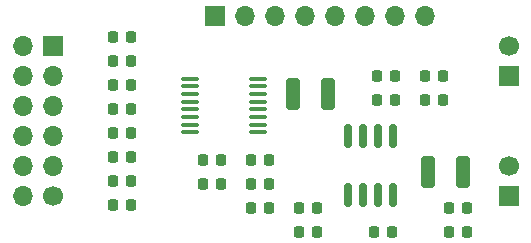
<source format=gbr>
%TF.GenerationSoftware,KiCad,Pcbnew,(6.0.0)*%
%TF.CreationDate,2022-01-10T21:54:35-05:00*%
%TF.ProjectId,ad74111_module,61643734-3131-4315-9f6d-6f64756c652e,rev?*%
%TF.SameCoordinates,Original*%
%TF.FileFunction,Soldermask,Top*%
%TF.FilePolarity,Negative*%
%FSLAX46Y46*%
G04 Gerber Fmt 4.6, Leading zero omitted, Abs format (unit mm)*
G04 Created by KiCad (PCBNEW (6.0.0)) date 2022-01-10 21:54:35*
%MOMM*%
%LPD*%
G01*
G04 APERTURE LIST*
G04 Aperture macros list*
%AMRoundRect*
0 Rectangle with rounded corners*
0 $1 Rounding radius*
0 $2 $3 $4 $5 $6 $7 $8 $9 X,Y pos of 4 corners*
0 Add a 4 corners polygon primitive as box body*
4,1,4,$2,$3,$4,$5,$6,$7,$8,$9,$2,$3,0*
0 Add four circle primitives for the rounded corners*
1,1,$1+$1,$2,$3*
1,1,$1+$1,$4,$5*
1,1,$1+$1,$6,$7*
1,1,$1+$1,$8,$9*
0 Add four rect primitives between the rounded corners*
20,1,$1+$1,$2,$3,$4,$5,0*
20,1,$1+$1,$4,$5,$6,$7,0*
20,1,$1+$1,$6,$7,$8,$9,0*
20,1,$1+$1,$8,$9,$2,$3,0*%
G04 Aperture macros list end*
%ADD10RoundRect,0.225000X0.225000X0.250000X-0.225000X0.250000X-0.225000X-0.250000X0.225000X-0.250000X0*%
%ADD11R,1.700000X1.700000*%
%ADD12O,1.700000X1.700000*%
%ADD13RoundRect,0.225000X-0.225000X-0.250000X0.225000X-0.250000X0.225000X0.250000X-0.225000X0.250000X0*%
%ADD14RoundRect,0.250000X-0.325000X-1.100000X0.325000X-1.100000X0.325000X1.100000X-0.325000X1.100000X0*%
%ADD15RoundRect,0.250000X0.325000X1.100000X-0.325000X1.100000X-0.325000X-1.100000X0.325000X-1.100000X0*%
%ADD16RoundRect,0.150000X-0.150000X0.825000X-0.150000X-0.825000X0.150000X-0.825000X0.150000X0.825000X0*%
%ADD17RoundRect,0.100000X-0.637500X-0.100000X0.637500X-0.100000X0.637500X0.100000X-0.637500X0.100000X0*%
%ADD18C,1.700000*%
G04 APERTURE END LIST*
D10*
%TO.C,FB2*%
X110503000Y-57912000D03*
X108953000Y-57912000D03*
%TD*%
D11*
%TO.C,P4*%
X117602000Y-43942000D03*
D12*
X120142000Y-43942000D03*
X122682000Y-43942000D03*
X125222000Y-43942000D03*
X127762000Y-43942000D03*
X130302000Y-43942000D03*
X132842000Y-43942000D03*
X135382000Y-43942000D03*
%TD*%
D13*
%TO.C,C6*%
X120637000Y-58166000D03*
X122187000Y-58166000D03*
%TD*%
%TO.C,R12*%
X108953000Y-49784000D03*
X110503000Y-49784000D03*
%TD*%
D10*
%TO.C,R10*%
X122187000Y-56134000D03*
X120637000Y-56134000D03*
%TD*%
%TO.C,R8*%
X110503000Y-55880000D03*
X108953000Y-55880000D03*
%TD*%
%TO.C,C2*%
X118123000Y-58166000D03*
X116573000Y-58166000D03*
%TD*%
D13*
%TO.C,R2*%
X116573000Y-56134000D03*
X118123000Y-56134000D03*
%TD*%
D14*
%TO.C,C4*%
X124255000Y-50546000D03*
X127205000Y-50546000D03*
%TD*%
D15*
%TO.C,C21*%
X138635000Y-57150000D03*
X135685000Y-57150000D03*
%TD*%
D13*
%TO.C,C5*%
X131051000Y-62230000D03*
X132601000Y-62230000D03*
%TD*%
D16*
%TO.C,U1*%
X132715000Y-54167000D03*
X131445000Y-54167000D03*
X130175000Y-54167000D03*
X128905000Y-54167000D03*
X128905000Y-59117000D03*
X130175000Y-59117000D03*
X131445000Y-59117000D03*
X132715000Y-59117000D03*
%TD*%
D10*
%TO.C,R1*%
X136919000Y-49022000D03*
X135369000Y-49022000D03*
%TD*%
D13*
%TO.C,R11*%
X108953000Y-47752000D03*
X110503000Y-47752000D03*
%TD*%
%TO.C,R3*%
X120637000Y-60198000D03*
X122187000Y-60198000D03*
%TD*%
D10*
%TO.C,R7*%
X110503000Y-45720000D03*
X108953000Y-45720000D03*
%TD*%
D17*
%TO.C,U3*%
X115501500Y-49287000D03*
X115501500Y-49937000D03*
X115501500Y-50587000D03*
X115501500Y-51237000D03*
X115501500Y-51887000D03*
X115501500Y-52537000D03*
X115501500Y-53187000D03*
X115501500Y-53837000D03*
X121226500Y-53837000D03*
X121226500Y-53187000D03*
X121226500Y-52537000D03*
X121226500Y-51887000D03*
X121226500Y-51237000D03*
X121226500Y-50587000D03*
X121226500Y-49937000D03*
X121226500Y-49287000D03*
%TD*%
D11*
%TO.C,P2*%
X103886000Y-46482000D03*
D12*
X103886000Y-49022000D03*
X103886000Y-51562000D03*
X103886000Y-54102000D03*
X103886000Y-56642000D03*
D18*
X103886000Y-59182000D03*
D12*
X101346000Y-46482000D03*
X101346000Y-49022000D03*
X101346000Y-51562000D03*
X101346000Y-54102000D03*
X101346000Y-56642000D03*
X101346000Y-59182000D03*
%TD*%
D13*
%TO.C,C3*%
X124701000Y-60198000D03*
X126251000Y-60198000D03*
%TD*%
%TO.C,R14*%
X108953000Y-53848000D03*
X110503000Y-53848000D03*
%TD*%
%TO.C,R9*%
X131305000Y-49022000D03*
X132855000Y-49022000D03*
%TD*%
D11*
%TO.C,P1*%
X142494000Y-49022000D03*
D18*
X142494000Y-46482000D03*
%TD*%
D10*
%TO.C,FB1*%
X110503000Y-59944000D03*
X108953000Y-59944000D03*
%TD*%
D13*
%TO.C,R6*%
X124701000Y-62230000D03*
X126251000Y-62230000D03*
%TD*%
D10*
%TO.C,R18*%
X138951000Y-62230000D03*
X137401000Y-62230000D03*
%TD*%
D13*
%TO.C,R13*%
X108953000Y-51816000D03*
X110503000Y-51816000D03*
%TD*%
%TO.C,R17*%
X137401000Y-60198000D03*
X138951000Y-60198000D03*
%TD*%
D11*
%TO.C,P3*%
X142494000Y-59182000D03*
D18*
X142494000Y-56642000D03*
%TD*%
D10*
%TO.C,R5*%
X132855000Y-51054000D03*
X131305000Y-51054000D03*
%TD*%
%TO.C,C1*%
X136919000Y-51054000D03*
X135369000Y-51054000D03*
%TD*%
M02*

</source>
